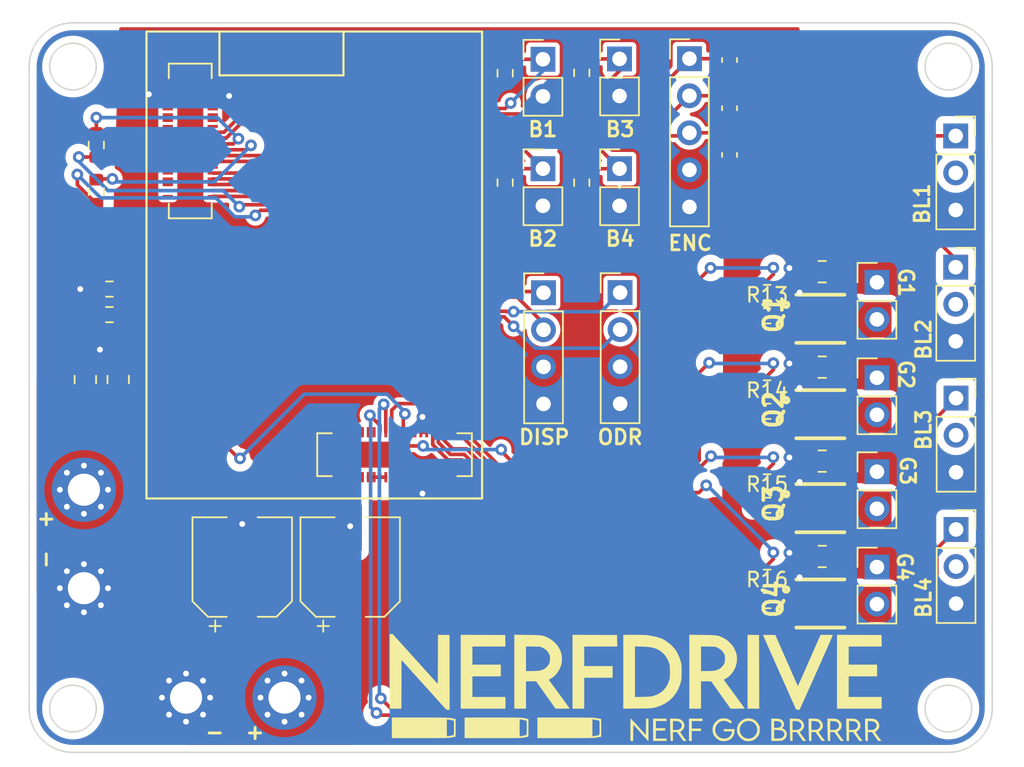
<source format=kicad_pcb>
(kicad_pcb (version 20211014) (generator pcbnew)
  (layers (0 "F.Cu" signal) (31 "B.Cu" signal) (34 "B.Paste" user) (35 "F.Paste" user) (36 "B.SilkS" user "B.Silkscreen") (37 "F.SilkS" user "F.Silkscreen") (38 "B.Mask" user) (39 "F.Mask" user) (44 "Edge.Cuts" user))
  (net 0 "")
  (net 1 "GND")
  (net 6 "Net-(J7-Pad2)")
  (net 7 "Net-(J8-Pad2)")
  (net 8 "Net-(J9-Pad2)")
  (net 9 "Net-(J10-Pad2)")
  (net 10 "Net-(Q1-Pad4)")
  (net 11 "Net-(Q2-Pad4)")
  (net 12 "Net-(Q3-Pad4)")
  (net 13 "Net-(Q4-Pad4)")
  (net 22 "+3.3V")
  (net 23 "/PULSE")
  (net 30 "/DIR")
  (net 32 "/BTN")
  (net 34 "VCC")
  (net 39 "/RX")
  (net 41 "/TX")
  (net 42 "/SDA")
  (net 43 "/SCL")
  (net 44 "/Button1")
  (net 45 "/Button2")
  (net 47 "/Button3")
  (net 49 "/Button4")
  (net 54 "/Gate1")
  (net 55 "/Gate2")
  (net 56 "/Gate3")
  (net 57 "/Gate4")
  (net 58 "/BLDC 1")
  (net 59 "/BLDC 2")
  (net 60 "/BLDC 3")
  (net 61 "/BLDC 4")
  (net 62 "/Battery_V")
  (net 63 "+5V")
  (net 64 "Net-(R11-Pad2)")
  (net 65 "Net-(R12-Pad2)")
  (footprint ".pretty:nerfdrive" (layer "F.Cu") (at 212.3 105.4)
    (fp_text reference "G***" hide)
    (fp_text value "LOGO" hide)
  )
  (footprint "Resistor_SMD:R_0603_1608Metric" (layer "F.Cu") (at 175.6 71.575 90)
    (fp_text reference "R12" hide)
    (fp_text value "100")
  )
  (footprint "Connector_PinHeader_2.54mm:PinHeader_1x02_P2.54mm_Vertical" (layer "F.Cu") (at 211.46 70)
    (fp_text reference "J19" hide)
    (fp_text value "Conn_01x02")
  )
  (footprint "Capacitor_SMD:C_0805_2012Metric" (layer "F.Cu") (at 225.35 96.575 180)
    (fp_text reference "C8" hide)
    (fp_text value "10uF")
  )
  (footprint "Capacitor_SMD:C_0805_2012Metric" (layer "F.Cu") (at 225.35 77.06 180)
    (fp_text reference "C5" hide)
    (fp_text value "10uF")
  )
  (footprint "MUB:MUB_v1" (layer "F.Cu") (at 179.04 60.6 -90)
    (fp_text reference "U1" hide)
    (fp_text value "MUBv1")
  )
  (footprint "Resistor_SMD:R_0603_1608Metric" (layer "F.Cu") (at 221.575 85.025 180)
    (fp_text reference "R2" hide)
    (fp_text value "100")
  )
  (footprint "MountingHole:MountingHole_2.2mm_M2_Pad_Via" (layer "F.Cu") (at 174.75 98.75)
    (fp_text reference "J6" hide)
    (fp_text value "Conn_01x01")
  )
  (footprint "Connector_PinHeader_2.54mm:PinHeader_1x02_P2.54mm_Vertical" (layer "F.Cu") (at 229.1 97.3)
    (fp_text reference "J10" hide)
    (fp_text value "Conn_01x02")
  )
  (footprint "Capacitor_SMD:C_0603_1608Metric" (layer "F.Cu") (at 219 65.855 90)
    (fp_text reference "C10" hide)
    (fp_text value "0.1uF")
  )
  (footprint "SamacSys_Parts:POWERDI-3333-8" (layer "F.Cu") (at 225.225 80.285 -90)
    (fp_text reference "Q1")
    (fp_text value "DMG7430LFG-7" hide)
  )
  (footprint "Resistor_SMD:R_0603_1608Metric" (layer "F.Cu") (at 203.62 63.455 90)
    (fp_text reference "R7" hide)
    (fp_text value "10k")
  )
  (footprint "Resistor_SMD:R_0603_1608Metric" (layer "F.Cu") (at 221.575 98 180)
    (fp_text reference "R4" hide)
    (fp_text value "100")
  )
  (footprint "Resistor_SMD:R_0603_1608Metric" (layer "F.Cu") (at 221.575 91.465 180)
    (fp_text reference "R3" hide)
    (fp_text value "100")
  )
  (footprint "Capacitor_SMD:C_0805_2012Metric" (layer "F.Cu") (at 174.85 84.45 90)
    (fp_text reference "C4" hide)
    (fp_text value "10uF")
  )
  (footprint "Connector_PinHeader_2.54mm:PinHeader_1x02_P2.54mm_Vertical" (layer "F.Cu") (at 229.1 90.765)
    (fp_text reference "J9" hide)
    (fp_text value "Conn_01x02")
  )
  (footprint "Connector_PinHeader_2.54mm:PinHeader_1x02_P2.54mm_Vertical" (layer "F.Cu") (at 206.21 62.5)
    (fp_text reference "J16" hide)
    (fp_text value "Conn_01x02")
  )
  (footprint "MountingHole:MountingHole_2.2mm_M2_Pad_Via" (layer "F.Cu") (at 181.75 106.25)
    (fp_text reference "J12" hide)
    (fp_text value "Conn_01x01")
  )
  (footprint "Resistor_SMD:R_0603_1608Metric" (layer "F.Cu") (at 203.62 70.955 90)
    (fp_text reference "R8" hide)
    (fp_text value "10k")
  )
  (footprint "Connector_PinHeader_2.54mm:PinHeader_1x04_P2.54mm_Vertical" (layer "F.Cu") (at 211.5 78.49)
    (fp_text reference "J13" hide)
    (fp_text value "Conn_01x04")
  )
  (footprint "SamacSys_Parts:POWERDI-3333-8" (layer "F.Cu") (at 225.225 93.265 -90)
    (fp_text reference "Q3")
    (fp_text value "DMG7430LFG-7" hide)
  )
  (footprint "Resistor_SMD:R_0603_1608Metric" (layer "F.Cu") (at 208.87 63.43 90)
    (fp_text reference "R9" hide)
    (fp_text value "10k")
  )
  (footprint "Resistor_SMD:R_0603_1608Metric" (layer "F.Cu") (at 176.5 78.25 180)
    (fp_text reference "R6" hide)
    (fp_text value "10k")
  )
  (footprint "Resistor_SMD:R_0603_1608Metric" (layer "F.Cu") (at 221.575 80.085)
    (fp_text reference "R13")
    (fp_text value "2.2k")
  )
  (footprint "Resistor_SMD:R_0603_1608Metric" (layer "F.Cu") (at 221.575 93.065)
    (fp_text reference "R15")
    (fp_text value "2.2k")
  )
  (footprint "Connector_PinHeader_2.54mm:PinHeader_1x02_P2.54mm_Vertical" (layer "F.Cu") (at 229.1 77.785)
    (fp_text reference "J7" hide)
    (fp_text value "Conn_01x02")
  )
  (footprint "Connector_PinHeader_2.54mm:PinHeader_1x02_P2.54mm_Vertical" (layer "F.Cu") (at 211.46 62.475)
    (fp_text reference "J18" hide)
    (fp_text value "Conn_01x02")
  )
  (footprint "Resistor_SMD:R_0603_1608Metric" (layer "F.Cu") (at 221.575 86.625)
    (fp_text reference "R14")
    (fp_text value "2.2k")
  )
  (footprint "Capacitor_SMD:C_0603_1608Metric" (layer "F.Cu") (at 219 69.055 90)
    (fp_text reference "C11" hide)
    (fp_text value "0.1uF")
  )
  (footprint "Capacitor_SMD:C_0805_2012Metric" (layer "F.Cu") (at 225.35 83.6 180)
    (fp_text reference "C6" hide)
    (fp_text value "10uF")
  )
  (footprint "SamacSys_Parts:POWERDI-3333-8" (layer "F.Cu") (at 225.225 99.8 -90)
    (fp_text reference "Q4")
    (fp_text value "DMG7430LFG-7" hide)
  )
  (footprint "Resistor_SMD:R_0603_1608Metric" (layer "F.Cu") (at 221.575 78.485 180)
    (fp_text reference "R1" hide)
    (fp_text value "100")
  )
  (footprint "Connector_PinHeader_2.54mm:PinHeader_1x02_P2.54mm_Vertical" (layer "F.Cu") (at 229.1 84.325)
    (fp_text reference "J8" hide)
    (fp_text value "Conn_01x02")
  )
  (footprint "Connector_PinSocket_2.54mm:PinSocket_1x03_P2.54mm_Vertical" (layer "F.Cu") (at 234.525 85.725)
    (fp_text reference "J3" hide)
    (fp_text value "Conn_01x03")
  )
  (footprint "Resistor_SMD:R_0603_1608Metric" (layer "F.Cu") (at 176.5 80)
    (fp_text reference "R5" hide)
    (fp_text value "90k")
  )
  (footprint "MountingHole:MountingHole_2.2mm_M2_Pad_Via" (layer "F.Cu") (at 188.5 106.25)
    (fp_text reference "J11" hide)
    (fp_text value "Conn_01x01")
  )
  (footprint "Capacitor_SMD:C_0603_1608Metric" (layer "F.Cu") (at 219 62.555 -90)
    (fp_text reference "C9" hide)
    (fp_text value "0.1uF")
  )
  (footprint "Capacitor_SMD:CP_Elec_6.3x5.8" (layer "F.Cu") (at 185.6 97.3 90)
    (fp_text reference "C1" hide)
    (fp_text value "47uF")
  )
  (footprint "Resistor_SMD:R_0603_1608Metric" (layer "F.Cu") (at 175.6 68.375 90)
    (fp_text reference "R11" hide)
    (fp_text value "100")
  )
  (footprint "MountingHole:MountingHole_2.2mm_M2_Pad_Via" (layer "F.Cu") (at 174.75 92)
    (fp_text reference "J5" hide)
    (fp_text value "Conn_01x01")
  )
  (footprint "SamacSys_Parts:POWERDI-3333-8" (layer "F.Cu") (at 225.225 86.825 -90)
    (fp_text reference "Q2")
    (fp_text value "DMG7430LFG-7" hide)
  )
  (footprint "Capacitor_SMD:C_0805_2012Metric" (layer "F.Cu") (at 177.1 84.45 90)
    (fp_text reference "C3" hide)
    (fp_text value "10uF")
  )
  (footprint "Capacitor_SMD:C_0805_2012Metric" (layer "F.Cu") (at 225.35 90.04 180)
    (fp_text reference "C7" hide)
    (fp_text value "10uF")
  )
  (footprint "Connector_PinHeader_2.54mm:PinHeader_1x04_P2.54mm_Vertical" (layer "F.Cu") (at 206.25 78.5)
    (fp_text reference "J14" hide)
    (fp_text value "Conn_01x04")
  )
  (footprint "Connector_PinHeader_2.54mm:PinHeader_1x05_P2.54mm_Vertical" (layer "F.Cu") (at 216.25 62.46)
    (fp_text reference "J15" hide)
    (fp_text value "Conn_01x05")
  )
  (footprint "Capacitor_SMD:CP_Elec_6.3x5.8" (layer "F.Cu") (at 193 97.3 90)
    (fp_text reference "C2" hide)
    (fp_text value "47uF")
  )
  (footprint "Connector_PinHeader_2.54mm:PinHeader_1x02_P2.54mm_Vertical" (layer "F.Cu") (at 206.21 70)
    (fp_text reference "J17" hide)
    (fp_text value "Conn_01x02")
  )
  (footprint "Resistor_SMD:R_0603_1608Metric" (layer "F.Cu") (at 221.575 99.6)
    (fp_text reference "R16")
    (fp_text value "2.2k")
  )
  (footprint "Connector_PinSocket_2.54mm:PinSocket_1x03_P2.54mm_Vertical" (layer "F.Cu") (at 234.5 67.75)
    (fp_text reference "J1" hide)
    (fp_text value "Conn_01x03")
  )
  (footprint "Connector_PinSocket_2.54mm:PinSocket_1x03_P2.54mm_Vertical" (layer "F.Cu") (at 234.525 94.725)
    (fp_text reference "J4" hide)
    (fp_text value "Conn_01x03")
  )
  (footprint "Connector_PinSocket_2.54mm:PinSocket_1x03_P2.54mm_Vertical" (layer "F.Cu") (at 234.5 76.75)
    (fp_text reference "J2" hide)
    (fp_text value "Conn_01x03")
  )
  (footprint "Resistor_SMD:R_0603_1608Metric" (layer "F.Cu") (at 208.87 70.955 90)
    (fp_text reference "R10" hide)
    (fp_text value "10k")
  )
  (gr_arc (start 234 60) (mid 236.12132 60.87868) (end 237 63) (layer "Edge.Cuts") (width 0.1))
  (gr_line (start 234 110) (end 174 110) (layer "Edge.Cuts") (width 0.1))
  (gr_line (start 171 107) (end 171 63) (layer "Edge.Cuts") (width 0.1))
  (gr_arc (start 237 107) (mid 236.12132 109.12132) (end 234 110) (layer "Edge.Cuts") (width 0.1))
  (gr_line (start 237 63) (end 237 107) (layer "Edge.Cuts") (width 0.1))
  (gr_arc (start 174 110) (mid 171.87868 109.12132) (end 171 107) (layer "Edge.Cuts") (width 0.1))
  (gr_arc (start 171 63) (mid 171.87868 60.87868) (end 174 60) (layer "Edge.Cuts") (width 0.1))
  (gr_line (start 174 60) (end 234 60) (layer "Edge.Cuts") (width 0.1))
  (gr_circle (center 234 63) (end 235.6 63) (layer "Edge.Cuts") (width 0.1) (fill none))
  (gr_circle (center 174 63) (end 175.6 63) (layer "Edge.Cuts") (width 0.1) (fill none))
  (gr_circle (center 234 107) (end 235.6 107) (layer "Edge.Cuts") (width 0.1) (fill none))
  (gr_circle (center 174 107) (end 175.6 107) (layer "Edge.Cuts") (width 0.1) (fill none))
  (gr_text "B1" (at 206.2 67.3) (layer "F.SilkS") (effects (font (size 1 1) (thickness 0.2))))
  (gr_text "B3" (at 211.5 67.3) (layer "F.SilkS") (effects (font (size 1 1) (thickness 0.2))))
  (gr_text "ODR" (at 211.5 88.4) (layer "F.SilkS") (effects (font (size 1 1) (thickness 0.2))))
  (gr_text "-  +" (at 185.1 108.6) (layer "F.SilkS") (effects (font (size 1 1) (thickness 0.2))))
  (gr_text "BL2" (at 232.3 81.7 90) (layer "F.SilkS") (effects (font (size 1 1) (thickness 0.2))))
  (gr_text "-  +" (at 172.1 95.4 90) (layer "F.SilkS") (effects (font (size 1 1) (thickness 0.2))))
  (gr_text "BL3" (at 232.3 87.9 90) (layer "F.SilkS") (effects (font (size 1 1) (thickness 0.2))))
  (gr_text "BL1" (at 232.2 72.4 90) (layer "F.SilkS") (effects (font (size 1 1) (thickness 0.2))))
  (gr_text "BL4" (at 232.3 99.4 90) (layer "F.SilkS") (effects (font (size 1 1) (thickness 0.2))))
  (gr_text "G1" (at 231.1 77.8 270) (layer "F.SilkS") (effects (font (size 1 1) (thickness 0.2))))
  (gr_text "B4" (at 211.5 74.8) (layer "F.SilkS") (effects (font (size 1 1) (thickness 0.2))))
  (gr_text "DISP" (at 206.3 88.4) (layer "F.SilkS") (effects (font (size 1 1) (thickness 0.2))))
  (gr_text "G3\n" (at 231.2 90.7 270) (layer "F.SilkS") (effects (font (size 1 1) (thickness 0.2))))
  (gr_text "G4" (at 231 97.3 270) (layer "F.SilkS") (effects (font (size 1 1) (thickness 0.2))))
  (gr_text "B2" (at 206.2 74.8) (layer "F.SilkS") (effects (font (size 1 1) (thickness 0.2))))
  (gr_text "G2" (at 231.1 84.1 270) (layer "F.SilkS") (effects (font (size 1 1) (thickness 0.2))))
  (gr_text "ENC" (at 216.3 75.1) (layer "F.SilkS") (effects (font (size 1 1) (thickness 0.2))))
  (segment (start 223.35 83.6) (end 223.1 83.35) (width 0.25) (layer "F.Cu") (net 1))
  (segment (start 223.35 90.04) (end 223.1 89.79) (width 0.25) (layer "F.Cu") (net 1))
  (segment (start 223.35 77.06) (end 223.1 76.81) (width 0.25) (layer "F.Cu") (net 1))
  (segment (start 223.35 96.575) (end 223.1 96.325) (width 0.25) (layer "F.Cu") (net 1))
  (segment (start 183.58 65.1) (end 184.615 65.1) (width 0.25) (layer "F.Cu") (net 1))
  (segment (start 177.1 83.5) (end 176 83.5) (width 0.25) (layer "F.Cu") (net 1))
  (segment (start 198 88.06) (end 198.24 88.06) (width 0.25) (layer "F.Cu") (net 1))
  (segment (start 176 83.5) (end 175.85 83.35) (width 0.25) (layer "F.Cu") (net 1))
  (segment (start 180.5 65.31) (end 180.5 65.5) (width 0.25) (layer "F.Cu") (net 1))
  (segment (start 224.4 77.06) (end 223.35 77.06) (width 0.25) (layer "F.Cu") (net 1))
  (segment (start 224.4 83.6) (end 223.35 83.6) (width 0.25) (layer "F.Cu") (net 1))
  (segment (start 224.4 90.04) (end 223.35 90.04) (width 0.25) (layer "F.Cu") (net 1))
  (segment (start 224.4 96.575) (end 223.35 96.575) (width 0.25) (layer "F.Cu") (net 1))
  (segment (start 179.2 64.9) (end 179.61 65.31) (width 0.25) (layer "F.Cu") (net 1))
  (segment (start 179.61 65.31) (end 180.5 65.31) (width 0.25) (layer "F.Cu") (net 1))
  (segment (start 223.725 98.825) (end 223.725 100.125) (width 0.25) (layer "F.Cu") (net 1))
  (segment (start 223.725 92.29) (end 223.725 93.59) (width 0.25) (layer "F.Cu") (net 1))
  (segment (start 223.725 79.31) (end 223.725 80.61) (width 0.25) (layer "F.Cu") (net 1))
  (segment (start 223.725 85.85) (end 223.725 87.15) (width 0.25) (layer "F.Cu") (net 1))
  (segment (start 198.075 91.14) (end 197.9525 91.2625) (width 0.25) (layer "F.Cu") (net 1))
  (segment (start 197.9525 91.2625) (end 197.9525 92.2625) (width 0.25) (layer "F.Cu") (net 1))
  (segment (start 184.615 65.1) (end 184.7025 65.0125) (width 0.25) (layer "F.Cu") (net 1))
  (segment (start 223.725 98.825) (end 223.725 98.075) (width 0.25) (layer "F.Cu") (net 1))
  (segment (start 223.725 85.85) (end 223.725 85.1) (width 0.25) (layer "F.Cu") (net 1))
  (segment (start 223.725 92.29) (end 223.725 91.54) (width 0.25) (layer "F.Cu") (net 1))
  (segment (start 223.725 79.31) (end 223.725 78.56) (width 0.25) (layer "F.Cu") (net 1))
  (segment (start 180.5 65.1) (end 180.5 65.31) (width 0.25) (layer "F.Cu") (net 1))
  (segment (start 197.84 88.06) (end 198 88.06) (width 0.25) (layer "F.Cu") (net 1))
  (segment (start 223.725 98.075) (end 223.8 98) (width 0.25) (layer "F.Cu") (net 1))
  (segment (start 223.725 91.54) (end 223.8 91.465) (width 0.25) (layer "F.Cu") (net 1))
  (segment (start 223.725 78.56) (end 223.8 78.485) (width 0.25) (layer "F.Cu") (net 1))
  (segment (start 223.725 85.1) (end 223.8 85.025) (width 0.25) (layer "F.Cu") (net 1))
  (segment (start 223.6 93.065) (end 223.725 92.94) (width 0.25) (layer "F.Cu") (net 1))
  (segment (start 223.6 86.625) (end 223.725 86.5) (width 0.25) (layer "F.Cu") (net 1))
  (segment (start 223.6 80.085) (end 223.725 79.96) (width 0.25) (layer "F.Cu") (net 1))
  (segment (start 223.6 99.6) (end 223.725 99.475) (width 0.25) (layer "F.Cu") (net 1))
  (segment (start 175.85 83.35) (end 175.85 82.4) (width 0.25) (layer "F.Cu") (net 1))
  (segment (start 222.4 93.065) (end 223.6 93.065) (width 0.25) (layer "F.Cu") (net 1))
  (segment (start 222.4 86.625) (end 223.6 86.625) (width 0.25) (layer "F.Cu") (net 1))
  (segment (start 222.4 80.085) (end 223.6 80.085) (width 0.25) (layer "F.Cu") (net 1))
  (segment (start 222.4 99.6) (end 223.6 99.6) (width 0.25) (layer "F.Cu") (net 1))
  (segment (start 175.675 78.25) (end 174.5 78.25) (width 0.25) (layer "F.Cu") (net 1))
  (segment (start 198 88.06) (end 197.9525 88.0125) (width 0.25) (layer "F.Cu") (net 1))
  (segment (start 197.84 91.14) (end 198.075 91.14) (width 0.25) (layer "F.Cu") (net 1))
  (segment (start 176 83.5) (end 174.85 83.5) (width 0.25) (layer "F.Cu") (net 1))
  (segment (start 197.9525 88.0125) (end 197.9525 87.0125) (width 0.25) (layer "F.Cu") (net 1))
  (segment (start 198.075 91.14) (end 198.24 91.14) (width 0.25) (layer "F.Cu") (net 1))
  (via (at 193 94.5) (size 0.8) (drill 0.4) (layers "F.Cu" "B.Cu") (net 1))
  (via (at 179.2 64.9) (size 0.8) (drill 0.4) (layers "F.Cu" "B.Cu") (net 1))
  (via (at 184.7025 65.0125) (size 0.8) (drill 0.4) (layers "F.Cu" "B.Cu") (net 1))
  (via (at 223.8 85.025) (size 0.8) (drill 0.4) (layers "F.Cu" "B.Cu") (net 1))
  (via (at 223.8 91.465) (size 0.8) (drill 0.4) (layers "F.Cu" "B.Cu") (net 1))
  (via (at 223.8 78.485) (size 0.8) (drill 0.4) (layers "F.Cu" "B.Cu") (net 1))
  (via (at 223.8 98) (size 0.8) (drill 0.4) (layers "F.Cu" "B.Cu") (net 1))
  (via (at 175.85 82.4) (size 0.8) (drill 0.4) (layers "F.Cu" "B.Cu") (net 1))
  (via (at 223.1 76.81) (size 0.8) (drill 0.4) (layers "F.Cu" "B.Cu") (net 1))
  (via (at 223.1 83.35) (size 0.8) (drill 0.4) (layers "F.Cu" "B.Cu") (net 1))
  (via (at 223.1 89.79) (size 0.8) (drill 0.4) (layers "F.Cu" "B.Cu") (net 1))
  (via (at 223.1 96.325) (size 0.8) (drill 0.4) (layers "F.Cu" "B.Cu") (net 1))
  (via (at 197.9525 87.0125) (size 0.8) (drill 0.4) (layers "F.Cu" "B.Cu") (net 1))
  (via (at 197.9525 92.2625) (size 0.8) (drill 0.4) (layers "F.Cu" "B.Cu") (net 1))
  (via (at 174.5 78.25) (size 0.8) (drill 0.4) (layers "F.Cu" "B.Cu") (net 1))
  (via (at 185.6 94.35) (size 0.8) (drill 0.4) (layers "F.Cu" "B.Cu") (net 1))
  (segment (start 228.525 80.635) (end 226.725 80.635) (width 0.25) (layer "F.Cu") (net 6))
  (segment (start 226.725 79.31) (end 226.725 80.635) (width 0.5) (layer "F.Cu") (net 6))
  (segment (start 229.1 80.325) (end 228.835 80.325) (width 0.25) (layer "F.Cu") (net 6))
  (segment (start 228.835 80.325) (end 228.525 80.635) (width 0.25) (layer "F.Cu") (net 6))
  (segment (start 226.725 81.285) (end 226.725 80.635) (width 0.5) (layer "F.Cu") (net 6))
  (segment (start 228.525 87.175) (end 226.725 87.175) (width 0.25) (layer "F.Cu") (net 7))
  (segment (start 226.725 85.85) (end 226.725 87.175) (width 0.5) (layer "F.Cu") (net 7))
  (segment (start 229.1 86.865) (end 228.835 86.865) (width 0.25) (layer "F.Cu") (net 7))
  (segment (start 228.835 86.865) (end 228.525 87.175) (width 0.25) (layer "F.Cu") (net 7))
  (segment (start 226.725 87.825) (end 226.725 87.175) (width 0.5) (layer "F.Cu") (net 7))
  (segment (start 228.525 93.615) (end 226.725 93.615) (width 0.25) (layer "F.Cu") (net 8))
  (segment (start 226.725 92.29) (end 226.725 93.615) (width 0.5) (layer "F.Cu") (net 8))
  (segment (start 229.1 93.305) (end 228.835 93.305) (width 0.25) (layer "F.Cu") (net 8))
  (segment (start 228.835 93.305) (end 228.525 93.615) (width 0.25) (layer "F.Cu") (net 8))
  (segment (start 226.725 94.265) (end 226.725 93.615) (width 0.5) (layer "F.Cu") (net 8))
  (segment (start 228.525 100.15) (end 226.725 100.15) (width 0.25) (layer "F.Cu") (net 9))
  (segment (start 226.725 98.825) (end 226.725 100.15) (width 0.5) (layer "F.Cu") (net 9))
  (segment (start 229.1 99.84) (end 228.835 99.84) (width 0.25) (layer "F.Cu") (net 9))
  (segment (start 228.835 99.84) (end 228.525 100.15) (width 0.25) (layer "F.Cu") (net 9))
  (segment (start 226.725 100.8) (end 226.725 100.15) (width 0.5) (layer "F.Cu") (net 9))
  (segment (start 222.4 78.485) (end 222.35 78.485) (width 0.25) (layer "F.Cu") (net 10))
  (segment (start 220.75 80.085) (end 221.925 81.26) (width 0.25) (layer "F.Cu") (net 10))
  (segment (start 221.925 81.26) (end 223.725 81.26) (width 0.25) (layer "F.Cu") (net 10))
  (segment (start 222.35 78.485) (end 220.75 80.085) (width 0.25) (layer "F.Cu") (net 10))
  (segment (start 222.4 85.025) (end 222.35 85.025) (width 0.25) (layer "F.Cu") (net 11))
  (segment (start 220.75 86.625) (end 221.925 87.8) (width 0.25) (layer "F.Cu") (net 11))
  (segment (start 221.925 87.8) (end 223.725 87.8) (width 0.25) (layer "F.Cu") (net 11))
  (segment (start 222.35 85.025) (end 220.75 86.625) (width 0.25) (layer "F.Cu") (net 11))
  (segment (start 222.4 91.465) (end 222.35 91.465) (width 0.25) (layer "F.Cu") (net 12))
  (segment (start 220.75 93.065) (end 221.925 94.24) (width 0.25) (layer "F.Cu") (net 12))
  (segment (start 221.925 94.24) (end 223.725 94.24) (width 0.25) (layer "F.Cu") (net 12))
  (segment (start 222.35 91.465) (end 220.75 93.065) (width 0.25) (layer "F.Cu") (net 12))
  (segment (start 222.4 98) (end 222.35 98) (width 0.25) (layer "F.Cu") (net 13))
  (segment (start 220.75 99.6) (end 221.925 100.775) (width 0.25) (layer "F.Cu") (net 13))
  (segment (start 221.925 100.775) (end 223.725 100.775) (width 0.25) (layer "F.Cu") (net 13))
  (segment (start 222.35 98) (end 220.75 99.6) (width 0.25) (layer "F.Cu") (net 13))
  (segment (start 208.87 71.78) (end 208.34 71.25) (width 0.25) (layer "F.Cu") (net 22))
  (segment (start 205 63.75) (end 207.75 63.75) (width 0.25) (layer "F.Cu") (net 22))
  (segment (start 219.95 66.63) (end 220 66.58) (width 0.25) (layer "F.Cu") (net 22))
  (segment (start 204.47 64.28) (end 205 63.75) (width 0.25) (layer "F.Cu") (net 22))
  (segment (start 220 66.58) (end 220 68.83) (width 0.25) (layer "F.Cu") (net 22))
  (segment (start 207.75 63.75) (end 208.365 63.75) (width 0.25) (layer "F.Cu") (net 22))
  (segment (start 218.75 70.08) (end 219 69.83) (width 0.25) (layer "F.Cu") (net 22))
  (segment (start 207.75 63.75) (end 207.75 61.75) (width 0.25) (layer "F.Cu") (net 22))
  (segment (start 220 62.78) (end 220 66.58) (width 0.25) (layer "F.Cu") (net 22))
  (segment (start 216.25 70.08) (end 218.75 70.08) (width 0.25) (layer "F.Cu") (net 22))
  (segment (start 207.75 61.75) (end 208.75 60.75) (width 0.25) (layer "F.Cu") (net 22))
  (segment (start 208.75 60.75) (end 217.97 60.75) (width 0.25) (layer "F.Cu") (net 22))
  (segment (start 208.34 71.25) (end 204.15 71.25) (width 0.25) (layer "F.Cu") (net 22))
  (segment (start 208.365 63.75) (end 208.87 64.255) (width 0.25) (layer "F.Cu") (net 22))
  (segment (start 197.44 91.14) (end 196.24 91.14) (width 0.25) (layer "F.Cu") (net 22))
  (segment (start 204.15 71.25) (end 203.62 71.78) (width 0.25) (layer "F.Cu") (net 22))
  (segment (start 219 61.78) (end 220 62.78) (width 0.25) (layer "F.Cu") (net 22))
  (segment (start 220 68.83) (end 219 69.83) (width 0.25) (layer "F.Cu") (net 22))
  (segment (start 203.62 64.28) (end 204.47 64.28) (width 0.25) (layer "F.Cu") (net 22))
  (segment (start 219 66.63) (end 219.95 66.63) (width 0.25) (layer "F.Cu") (net 22))
  (segment (start 217.97 60.75) (end 219 61.78) (width 0.25) (layer "F.Cu") (net 22))
  (segment (start 193.112598 66.75) (end 211.96 66.75) (width 0.25) (layer "F.Cu") (net 23))
  (segment (start 190.762598 69.1) (end 193.112598 66.75) (width 0.25) (layer "F.Cu") (net 23))
  (segment (start 216.25 62.46) (end 218.13 62.46) (width 0.25) (layer "F.Cu") (net 23))
  (segment (start 218.13 62.46) (end 219 63.33) (width 0.25) (layer "F.Cu") (net 23))
  (segment (start 211.96 66.75) (end 216.25 62.46) (width 0.25) (layer "F.Cu") (net 23))
  (segment (start 183.58 69.1) (end 190.762598 69.1) (width 0.25) (layer "F.Cu") (net 23))
  (segment (start 193.15 67.25) (end 214 67.25) (width 0.25) (layer "F.Cu") (net 30))
  (segment (start 218.92 65) (end 216.25 65) (width 0.25) (layer "F.Cu") (net 30))
  (segment (start 214 67.25) (end 216.25 65) (width 0.25) (layer "F.Cu") (net 30))
  (segment (start 183.58 69.5) (end 190.9 69.5) (width 0.25) (layer "F.Cu") (net 30))
  (segment (start 219 65.08) (end 218.92 65) (width 0.25) (layer "F.Cu") (net 30))
  (segment (start 190.9 69.5) (end 193.15 67.25) (width 0.25) (layer "F.Cu") (net 30))
  (segment (start 193.187402 67.75) (end 216.04 67.75) (width 0.25) (layer "F.Cu") (net 32))
  (segment (start 216.04 67.75) (end 216.25 67.54) (width 0.25) (layer "F.Cu") (net 32))
  (segment (start 190.637402 70.3) (end 193.187402 67.75) (width 0.25) (layer "F.Cu") (net 32))
  (segment (start 218.26 67.54) (end 219 68.28) (width 0.25) (layer "F.Cu") (net 32))
  (segment (start 216.25 67.54) (end 218.26 67.54) (width 0.25) (layer "F.Cu") (net 32))
  (segment (start 183.58 70.3) (end 190.637402 70.3) (width 0.25) (layer "F.Cu") (net 32))
  (segment (start 173.5 82.175) (end 173.5 84.25) (width 0.25) (layer "F.Cu") (net 34))
  (segment (start 189.25 92.5) (end 189.25 96.25) (width 0.5) (layer "F.Cu") (net 34))
  (segment (start 193.44 91.14) (end 192.24 91.14) (width 0.25) (layer "F.Cu") (net 34))
  (segment (start 190.61 91.14) (end 189.25 92.5) (width 0.5) (layer "F.Cu") (net 34))
  (segment (start 227.025 84.325) (end 229.1 84.325) (width 1) (layer "F.Cu") (net 34))
  (segment (start 227.025 77.785) (end 229.1 77.785) (width 1) (layer "F.Cu") (net 34))
  (segment (start 227.025 90.765) (end 229.1 90.765) (width 1) (layer "F.Cu") (net 34))
  (segment (start 227.025 97.3) (end 229.1 97.3) (width 1) (layer "F.Cu") (net 34))
  (segment (start 192.24 91.14) (end 190.61 91.14) (width 0.5) (layer "F.Cu") (net 34))
  (segment (start 173.5 84.25) (end 174.65 85.4) (width 0.25) (layer "F.Cu") (net 34))
  (segment (start 189.25 96.25) (end 193 100) (width 0.5) (layer "F.Cu") (net 34))
  (segment (start 175.675 80) (end 173.5 82.175) (width 0.25) (layer "F.Cu") (net 34))
  (segment (start 174.75 85.5) (end 174.75 90.25) (width 0.25) (layer "F.Cu") (net 34))
  (segment (start 226.3 83.6) (end 227.025 84.325) (width 1) (layer "F.Cu") (net 34))
  (segment (start 226.3 77.06) (end 227.025 77.785) (width 1) (layer "F.Cu") (net 34))
  (segment (start 226.3 90.04) (end 227.025 90.765) (width 1) (layer "F.Cu") (net 34))
  (segment (start 226.3 96.575) (end 227.025 97.3) (width 1) (layer "F.Cu") (net 34))
  (segment (start 174.85 85.4) (end 174.75 85.5) (width 0.25) (layer "F.Cu") (net 34))
  (segment (start 174.65 85.4) (end 174.85 85.4) (width 0.25) (layer "F.Cu") (net 34))
  (segment (start 189.407401 72.47) (end 196.707401 79.77) (width 0.25) (layer "F.Cu") (net 39))
  (segment (start 175.6 69.2) (end 174.4 69.2) (width 0.25) (layer "F.Cu") (net 39))
  (segment (start 203.737401 79.8) (end 204.2 79.8) (width 0.25) (layer "F.Cu") (net 39))
  (segment (start 185.4 72.6) (end 185.53 72.47) (width 0.25) (layer "F.Cu") (net 39))
  (segment (start 196.707401 79.77) (end 203.707401 79.77) (width 0.25) (layer "F.Cu") (net 39))
  (segment (start 185.53 72.47) (end 189.407401 72.47) (width 0.25) (layer "F.Cu") (net 39))
  (segment (start 203.707401 79.77) (end 203.737401 79.8) (width 0.25) (layer "F.Cu") (net 39))
  (via (at 204.2 79.8) (size 0.8) (drill 0.4) (layers "F.Cu" "B.Cu") (net 39))
  (via (at 185.4 72.6) (size 0.8) (drill 0.4) (layers "F.Cu" "B.Cu") (net 39))
  (via (at 174.4 69.2) (size 0.8) (drill 0.4) (layers "F.Cu" "B.Cu") (net 39))
  (segment (start 185.4 72.6) (end 184.3 71.5) (width 0.25) (layer "B.Cu") (net 39))
  (segment (start 210.19 79.8) (end 204.2 79.8) (width 0.25) (layer "B.Cu") (net 39))
  (segment (start 174.4 69.5) (end 174.4 69.2) (width 0.25) (layer "B.Cu") (net 39))
  (segment (start 184.3 71.5) (end 176.4 71.5) (width 0.25) (layer "B.Cu") (net 39))
  (segment (start 176.4 71.5) (end 174.4 69.5) (width 0.25) (layer "B.Cu") (net 39))
  (segment (start 211.5 78.49) (end 210.19 79.8) (width 0.25) (layer "B.Cu") (net 39))
  (segment (start 175.6 72.4) (end 174.3 71.1) (width 0.25) (layer "F.Cu") (net 41))
  (segment (start 203.55 80.15) (end 204.2 80.8) (width 0.25) (layer "F.Cu") (net 41))
  (segment (start 196.55 80.15) (end 203.55 80.15) (width 0.25) (layer "F.Cu") (net 41))
  (segment (start 189.25 72.85) (end 196.55 80.15) (width 0.25) (layer "F.Cu") (net 41))
  (segment (start 174.3 71.1) (end 174.3 70.4) (width 0.25) (layer "F.Cu") (net 41))
  (segment (start 186.5 73.2) (end 186.85 72.85) (width 0.25) (layer "F.Cu") (net 41))
  (segment (start 186.85 72.85) (end 189.25 72.85) (width 0.25) (layer "F.Cu") (net 41))
  (via (at 186.5 73.2) (size 0.8) (drill 0.4) (layers "F.Cu" "B.Cu") (net 41))
  (via (at 204.2 80.8) (size 0.8) (drill 0.4) (layers "F.Cu" "B.Cu") (net 41))
  (via (at 174.3 70.4) (size 0.8) (drill 0.4) (layers "F.Cu" "B.Cu") (net 41))
  (segment (start 183.8 72) (end 185.1 73.3) (width 0.25) (layer "B.Cu") (net 41))
  (segment (start 185.1 73.3) (end 186.4 73.3) (width 0.25) (layer "B.Cu") (net 41))
  (segment (start 211.5 81.03) (end 210.23 82.3) (width 0.25) (layer "B.Cu") (net 41))
  (segment (start 186.4 73.3) (end 186.5 73.2) (width 0.25) (layer "B.Cu") (net 41))
  (segment (start 175.9 72) (end 183.8 72) (width 0.25) (layer "B.Cu") (net 41))
  (segment (start 205.8 82.3) (end 205.7 82.3) (width 0.25) (layer "B.Cu") (net 41))
  (segment (start 174.3 70.4) (end 175.9 72) (width 0.25) (layer "B.Cu") (net 41))
  (segment (start 210.23 82.3) (end 205.8 82.3) (width 0.25) (layer "B.Cu") (net 41))
  (segment (start 205.7 82.3) (end 204.2 80.8) (width 0.25) (layer "B.Cu") (net 41))
  (segment (start 196.912428 78.42) (end 189.992428 71.5) (width 0.25) (layer "F.Cu") (net 42))
  (segment (start 206.17 78.42) (end 196.912428 78.42) (width 0.25) (layer "F.Cu") (net 42))
  (segment (start 206.25 78.5) (end 206.17 78.42) (width 0.25) (layer "F.Cu") (net 42))
  (segment (start 189.992428 71.5) (end 183.58 71.5) (width 0.25) (layer "F.Cu") (net 42))
  (segment (start 206.25 81.04) (end 206.25 80.6) (width 0.25) (layer "F.Cu") (net 43))
  (segment (start 204.45 78.8) (end 196.755026 78.8) (width 0.25) (layer "F.Cu") (net 43))
  (segment (start 206.25 80.6) (end 204.45 78.8) (width 0.25) (layer "F.Cu") (net 43))
  (segment (start 196.755026 78.8) (end 189.855026 71.9) (width 0.25) (layer "F.Cu") (net 43))
  (segment (start 189.855026 71.9) (end 183.58 71.9) (width 0.25) (layer "F.Cu") (net 43))
  (segment (start 184.35 67.5) (end 185.98 65.87) (width 0.25) (layer "F.Cu") (net 44))
  (segment (start 203.75 62.5) (end 206.21 62.5) (width 0.25) (layer "F.Cu") (net 44))
  (segment (start 206.21 62.5) (end 206.21 63.04) (width 0.25) (layer "F.Cu") (net 44))
  (segment (start 203.63 65.87) (end 204 65.5) (width 0.25) (layer "F.Cu") (net 44))
  (segment (start 203.62 62.63) (end 203.75 62.5) (width 0.25) (layer "F.Cu") (net 44))
  (segment (start 185.98 65.87) (end 203.63 65.87) (width 0.25) (layer "F.Cu") (net 44))
  (segment (start 183.58 67.5) (end 184.35 67.5) (width 0.25) (layer "F.Cu") (net 44))
  (via (at 204 65.5) (size 0.8) (drill 0.4) (layers "F.Cu" "B.Cu") (net 44))
  (segment (start 206.21 63.29) (end 204 65.5) (width 0.25) (layer "B.Cu") (net 44))
  (segment (start 206.21 62.5) (end 206.21 63.29) (width 0.25) (layer "B.Cu") (net 44))
  (segment (start 203.62 70.13) (end 203.75 70) (width 0.25) (layer "F.Cu") (net 45))
  (segment (start 183.6 71.08) (end 190.932205 71.08) (width 0.25) (layer "F.Cu") (net 45))
  (segment (start 193.262206 68.75) (end 204.96 68.75) (width 0.25) (layer "F.Cu") (net 45))
  (segment (start 183.58 71.1) (end 183.6 71.08) (width 0.25) (layer "F.Cu") (net 45))
  (segment (start 203.75 70) (end 206.21 70) (width 0.25) (layer "F.Cu") (net 45))
  (segment (start 190.932205 71.08) (end 193.262206 68.75) (width 0.25) (layer "F.Cu") (net 45))
  (segment (start 204.96 68.75) (end 206.21 70) (width 0.25) (layer "F.Cu") (net 45))
  (segment (start 211.46 63.29) (end 208.5 66.25) (width 0.25) (layer "F.Cu") (net 47))
  (segment (start 186.15 66.25) (end 184.5 67.9) (width 0.25) (layer "F.Cu") (net 47))
  (segment (start 208.87 62.605) (end 209 62.475) (width 0.25) (layer "F.Cu") (net 47))
  (segment (start 209 62.475) (end 211.46 62.475) (width 0.25) (layer "F.Cu") (net 47))
  (segment (start 208.5 66.25) (end 186.15 66.25) (width 0.25) (layer "F.Cu") (net 47))
  (segment (start 184.5 67.9) (end 183.58 67.9) (width 0.25) (layer "F.Cu") (net 47))
  (segment (start 211.46 62.475) (end 211.46 63.29) (width 0.25) (layer "F.Cu") (net 47))
  (segment (start 208.87 70.13) (end 209 70) (width 0.25) (layer "F.Cu") (net 49))
  (segment (start 183.58 70.7) (end 190.774804 70.7) (width 0.25) (layer "F.Cu") (net 49))
  (segment (start 209 70) (end 211.46 70) (width 0.25) (layer "F.Cu") (net 49))
  (segment (start 190.774804 70.7) (end 193.224804 68.25) (width 0.25) (layer "F.Cu") (net 49))
  (segment (start 209.71 68.25) (end 211.46 70) (width 0.25) (layer "F.Cu") (net 49))
  (segment (start 193.224804 68.25) (end 209.71 68.25) (width 0.25) (layer "F.Cu") (net 49))
  (segment (start 216.537676 89.762324) (end 215.32 90.98) (width 0.25) (layer "F.Cu") (net 54))
  (segment (start 200.372598 88.06) (end 199.84 88.06) (width 0.25) (layer "F.Cu") (net 54))
  (segment (start 215.32 90.98) (end 203.292598 90.98) (width 0.25) (layer "F.Cu") (net 54))
  (segment (start 217.7 76.8) (end 216.537676 77.962324) (width 0.25) (layer "F.Cu") (net 54))
  (segment (start 222 76.785) (end 222 77.235) (width 0.25) (layer "F.Cu") (net 54))
  (segment (start 203.292598 90.98) (end 200.372598 88.06) (width 0.25) (layer "F.Cu") (net 54))
  (segment (start 222 77.235) (end 220.75 78.485) (width 0.25) (layer "F.Cu") (net 54))
  (segment (start 216.537676 77.962324) (end 216.537676 89.762324) (width 0.25) (layer "F.Cu") (net 54))
  (via (at 217.7 76.8) (size 0.8) (drill 0.4) (layers "F.Cu" "B.Cu") (net 54))
  (via (at 222 76.785) (size 0.8) (drill 0.4) (layers "F.Cu" "B.Cu") (net 54))
  (segment (start 222 76.785) (end 222 76.71) (width 0.25) (layer "B.Cu") (net 54))
  (segment (start 221.980033 76.8) (end 217.7 76.8) (width 0.25) (layer "B.Cu") (net 54))
  (segment (start 216.917676 83.982324) (end 216.917676 89.982324) (width 0.25) (layer "F.Cu") (net 55))
  (segment (start 216.917676 89.982324) (end 215.54 91.36) (width 0.25) (layer "F.Cu") (net 55))
  (segment (start 199.44 88.62) (end 199.44 88.06) (width 0.25) (layer "F.Cu") (net 55))
  (segment (start 200.975196 89.2) (end 200.02 89.2) (width 0.25) (layer "F.Cu") (net 55))
  (segment (start 217.6 83.3) (end 216.917676 83.982324) (width 0.25) (layer "F.Cu") (net 55))
  (segment (start 203.135196 91.36) (end 200.975196 89.2) (width 0.25) (layer "F.Cu") (net 55))
  (segment (start 222 83.325) (end 222 83.775) (width 0.25) (layer "F.Cu") (net 55))
  (segment (start 222 83.775) (end 220.75 85.025) (width 0.25) (layer "F.Cu") (net 55))
  (segment (start 200.02 89.2) (end 199.44 88.62) (width 0.25) (layer "F.Cu") (net 55))
  (segment (start 215.54 91.36) (end 203.135196 91.36) (width 0.25) (layer "F.Cu") (net 55))
  (via (at 217.6 83.3) (size 0.8) (drill 0.4) (layers "F.Cu" "B.Cu") (net 55))
  (via (at 222 83.325) (size 0.8) (drill 0.4) (layers "F.Cu" "B.Cu") (net 55))
  (segment (start 222 83.325) (end 222 83.25) (width 0.25) (layer "B.Cu") (net 55))
  (segment (start 217.6 83.3) (end 217.65 83.35) (width 0.25) (layer "B.Cu") (net 55))
  (segment (start 217.65 83.35) (end 221.9 83.35) (width 0.25) (layer "B.Cu") (net 55))
  (segment (start 200.817794 89.58) (end 199.862598 89.58) (width 0.25) (layer "F.Cu") (net 56))
  (segment (start 215.697401 91.74) (end 202.977795 91.74) (width 0.25) (layer "F.Cu") (net 56))
  (segment (start 199.862598 89.58) (end 199.04 88.757402) (width 0.25) (layer "F.Cu") (net 56))
  (segment (start 217.7245 89.712901) (end 215.697401 91.74) (width 0.25) (layer "F.Cu") (net 56))
  (segment (start 222 89.765) (end 222 90.215) (width 0.25) (layer "F.Cu") (net 56))
  (segment (start 202.977795 91.74) (end 200.817794 89.58) (width 0.25) (layer "F.Cu") (net 56))
  (segment (start 199.04 88.757402) (end 199.04 88.06) (width 0.25) (layer "F.Cu") (net 56))
  (segment (start 222 90.215) (end 220.75 91.465) (width 0.25) (layer "F.Cu") (net 56))
  (segment (start 217.7245 89.7) (end 217.7245 89.712901) (width 0.25) (layer "F.Cu") (net 56))
  (via (at 222 89.765) (size 0.8) (drill 0.4) (layers "F.Cu" "B.Cu") (net 56))
  (via (at 217.7245 89.7) (size 0.8) (drill 0.4) (layers "F.Cu" "B.Cu") (net 56))
  (segment (start 217.9 89.7) (end 217.7245 89.7) (width 0.25) (layer "B.Cu") (net 56))
  (segment (start 222 89.765) (end 222 89.69) (width 0.25) (layer "B.Cu") (net 56))
  (segment (start 217.99 89.79) (end 217.9 89.7) (width 0.25) (layer "B.Cu") (net 56))
  (segment (start 221.89 89.79) (end 217.99 89.79) (width 0.25) (layer "B.Cu") (net 56))
  (segment (start 202.900393 92.2) (end 216.9 92.2) (width 0.25) (layer "F.Cu") (net 57))
  (segment (start 216.9 92.2) (end 217.4 91.7) (width 0.25) (layer "F.Cu") (net 57))
  (segment (start 198.66 88.08) (end 198.66 88.914804) (width 0.25) (layer "F.Cu") (net 57))
  (segment (start 198.66 88.914804) (end 199.705196 89.96) (width 0.25) (layer "F.Cu") (net 57))
  (segment (start 222 96.3) (end 222 96.75) (width 0.25) (layer "F.Cu") (net 57))
  (segment (start 199.705196 89.96) (end 200.660392 89.96) (width 0.25) (layer "F.Cu") (net 57))
  (segment (start 200.660392 89.96) (end 202.900393 92.2) (width 0.25) (layer "F.Cu") (net 57))
  (segment (start 222 96.75) (end 220.75 98) (width 0.25) (layer "F.Cu") (net 57))
  (segment (start 198.64 88.06) (end 198.66 88.08) (width 0.25) (layer "F.Cu") (net 57))
  (via (at 217.4 91.7) (size 0.8) (drill 0.4) (layers "F.Cu" "B.Cu") (net 57))
  (via (at 222 96.3) (size 0.8) (drill 0.4) (layers "F.Cu" "B.Cu") (net 57))
  (segment (start 222 96.3) (end 222 96.225) (width 0.25) (layer "B.Cu") (net 57))
  (segment (start 217.475 91.7) (end 217.4 91.7) (width 0.25) (layer "B.Cu") (net 57))
  (segment (start 222 96.225) (end 217.475 91.7) (width 0.25) (layer "B.Cu") (net 57))
  (segment (start 215.777676 89.422324) (end 215.777676 76.122324) (width 0.25) (layer "F.Cu") (net 58))
  (segment (start 196.6 89) (end 196.25 88.65) (width 0.25) (layer "F.Cu") (net 58))
  (segment (start 196.25 88.65) (end 196.25 88.07) (width 0.25) (layer "F.Cu") (net 58))
  (segment (start 215.777676 76.122324) (end 224.15 67.75) (width 0.25) (layer "F.Cu") (net 58))
  (segment (start 203.35 89.35) (end 204.2 90.2) (width 0.25) (layer "F.Cu") (net 58))
  (segment (start 204.2 90.2) (end 215 90.2) (width 0.25) (layer "F.Cu") (net 58))
  (segment (start 198 89) (end 196.6 89) (width 0.25) (layer "F.Cu") (net 58))
  (segment (start 224.15 67.75) (end 234.5 67.75) (width 0.25) (layer "F.Cu") (net 58))
  (segment (start 215 90.2) (end 215.777676 89.422324) (width 0.25) (layer "F.Cu") (net 58))
  (segment (start 203.35 89.25) (end 203.35 89.35) (width 0.25) (layer "F.Cu") (net 58))
  (segment (start 196.25 88.07) (end 196.24 88.06) (width 0.25) (layer "F.Cu") (net 58))
  (via (at 203.35 89.25) (size 0.8) (drill 0.4) (layers "F.Cu" "B.Cu") (net 58))
  (via (at 198 89) (size 0.8) (drill 0.4) (layers "F.Cu" "B.Cu") (net 58))
  (segment (start 198.25 89.25) (end 203.35 89.25) (width 0.25) (layer "B.Cu") (net 58))
  (segment (start 198 89) (end 198.25 89.25) (width 0.25) (layer "B.Cu") (net 58))
  (segment (start 217.4 75.294974) (end 217.597487 75.097487) (width 0.25) (layer "F.Cu") (net 59))
  (segment (start 219.144974 73.55) (end 231.85 73.55) (width 0.25) (layer "F.Cu") (net 59))
  (segment (start 195.85 86.55) (end 196.3 86.1) (width 0.25) (layer "F.Cu") (net 59))
  (segment (start 216.157676 76.537298) (end 217.597487 75.097487) (width 0.25) (layer "F.Cu") (net 59))
  (segment (start 217.597487 75.097487) (end 219.144974 73.55) (width 0.25) (layer "F.Cu") (net 59))
  (segment (start 198.95 86.1) (end 203.45 90.6) (width 0.25) (layer "F.Cu") (net 59))
  (segment (start 195.84 88.06) (end 195.85 88.05) (width 0.25) (layer "F.Cu") (net 59))
  (segment (start 215.137402 90.6) (end 216.157676 89.579725) (width 0.25) (layer "F.Cu") (net 59))
  (segment (start 203.45 90.6) (end 215.137402 90.6) (width 0.25) (layer "F.Cu") (net 59))
  (segment (start 196.3 86.1) (end 198.95 86.1) (width 0.25) (layer "F.Cu") (net 59))
  (segment (start 195.85 88.05) (end 195.85 86.55) (width 0.25) (layer "F.Cu") (net 59))
  (segment (start 216.157676 89.579725) (end 216.157676 76.537298) (width 0.25) (layer "F.Cu") (net 59))
  (segment (start 231.85 73.55) (end 234.5 76.2) (width 0.25) (layer "F.Cu") (net 59))
  (segment (start 232.82 95.892599) (end 232.85 95.862599) (width 0.25) (layer "F.Cu") (net 60))
  (segment (start 195.44 88.06) (end 195.44 86.29) (width 0.25) (layer "F.Cu") (net 60))
  (segment (start 195.87 107.07) (end 227.892598 107.07) (width 0.25) (layer "F.Cu") (net 60))
  (segment (start 232.85 95.862599) (end 232.85 87.4) (width 0.25) (layer "F.Cu") (net 60))
  (segment (start 232.82 102.142598) (end 232.82 95.892599) (width 0.25) (layer "F.Cu") (net 60))
  (segment (start 195.44 86.29) (end 195.3 86.15) (width 0.25) (layer "F.Cu") (net 60))
  (segment (start 195.1 106.3) (end 195.87 107.07) (width 0.25) (layer "F.Cu") (net 60))
  (segment (start 232.85 87.4) (end 234.525 85.725) (width 0.25) (layer "F.Cu") (net 60))
  (segment (start 227.892598 107.07) (end 232.82 102.142598) (width 0.25) (layer "F.Cu") (net 60))
  (via (at 195.1 106.3) (size 0.8) (drill 0.4) (layers "F.Cu" "B.Cu") (net 60))
  (via (at 195.3 86.15) (size 0.8) (drill 0.4) (layers "F.Cu" "B.Cu") (net 60))
  (segment (start 195 86.45) (end 195.3 86.15) (width 0.25) (layer "B.Cu") (net 60))
  (segment (start 195 106.2) (end 195 86.45) (width 0.25) (layer "B.Cu") (net 60))
  (segment (start 195.1 106.3) (end 195 106.2) (width 0.25) (layer "B.Cu") (net 60))
  (segment (start 195.04 87.59) (end 194.35 86.9) (width 0.25) (layer "F.Cu") (net 61))
  (segment (start 194.95 107.45) (end 228.05 107.45) (width 0.25) (layer "F.Cu") (net 61))
  (segment (start 228.05 107.45) (end 233.2 102.3) (width 0.25) (layer "F.Cu") (net 61))
  (segment (start 194.8 107.3) (end 194.95 107.45) (width 0.25) (layer "F.Cu") (net 61))
  (segment (start 195.04 88.06) (end 195.04 87.59) (width 0.25) (layer "F.Cu") (net 61))
  (segment (start 233.2 96.05) (end 234.525 94.725) (width 0.25) (layer "F.Cu") (net 61))
  (segment (start 233.2 102.3) (end 233.2 96.05) (width 0.25) (layer "F.Cu") (net 61))
  (via (at 194.8 107.3) (size 0.8) (drill 0.4) (layers "F.Cu" "B.Cu") (net 61))
  (via (at 194.35 86.9) (size 0.8) (drill 0.4) (layers "F.Cu" "B.Cu") (net 61))
  (segment (start 194.4 86.95) (end 194.35 86.9) (width 0.25) (layer "B.Cu") (net 61))
  (segment (start 194.8 107.3) (end 194.4 106.9) (width 0.25) (layer "B.Cu") (net 61))
  (segment (start 194.4 106.9) (end 194.4 86.95) (width 0.25) (layer "B.Cu") (net 61))
  (segment (start 177.325 78.25) (end 177.325 80) (width 0.25) (layer "F.Cu") (net 62))
  (segment (start 196.64 86.91) (end 196.64 88.06) (width 0.25) (layer "F.Cu") (net 62))
  (segment (start 185.45 89.85) (end 185.35 89.85) (width 0.25) (layer "F.Cu") (net 62))
  (segment (start 177.325 81.825) (end 177.325 80) (width 0.25) (layer "F.Cu") (net 62))
  (segment (start 185.35 89.85) (end 177.325 81.825) (width 0.25) (layer "F.Cu") (net 62))
  (segment (start 196.75 86.8) (end 196.64 86.91) (width 0.25) (layer "F.Cu") (net 62))
  (via (at 196.75 86.8) (size 0.8) (drill 0.4) (layers "F.Cu" "B.Cu") (net 62))
  (via (at 185.45 89.85) (size 0.8) (drill 0.4) (layers "F.Cu" "B.Cu") (net 62))
  (segment (start 185.45 89.85) (end 189.85 85.45) (width 0.25) (layer "B.Cu") (net 62))
  (segment (start 196.75 86.67369) (end 196.75 86.8) (width 0.25) (layer "B.Cu") (net 62))
  (segment (start 189.85 85.45) (end 195.52631 85.45) (width 0.25) (layer "B.Cu") (net 62))
  (segment (start 195.52631 85.45) (end 196.75 86.67369) (width 0.25) (layer "B.Cu") (net 62))
  (segment (start 194.24 91.14) (end 195.44 91.14) (width 0.25) (layer "F.Cu") (net 63))
  (segment (start 183.58 68.3) (end 184.983178 68.3) (width 0.25) (layer "F.Cu") (net 64))
  (segment (start 184.983178 68.3) (end 185.341589 67.941589) (width 0.25) (layer "F.Cu") (net 64))
  (segment (start 175.6 66.5) (end 175.6 67.55) (width 0.25) (layer "F.Cu") (net 64))
  (via (at 175.6 66.5) (size 0.8) (drill 0.4) (layers "F.Cu" "B.Cu") (net 64))
  (via (at 185.341589 67.941589) (size 0.8) (drill 0.4) (layers "F.Cu" "B.Cu") (net 64))
  (segment (start 185.341589 67.941589) (end 183.9 66.5) (width 0.25) (layer "B.Cu") (net 64))
  (segment (start 183.9 66.5) (end 175.6 66.5) (width 0.25) (layer "B.Cu") (net 64))
  (segment (start 176.7 70.7) (end 175.65 70.7) (width 0.25) (layer "F.Cu") (net 65))
  (segment (start 183.58 68.7) (end 185.9 68.7) (width 0.25) (layer "F.Cu") (net 65))
  (segment (start 185.9 68.7) (end 186.2 68.4) (width 0.25) (layer "F.Cu") (net 65))
  (segment (start 175.65 70.7) (end 175.6 70.75) (width 0.25) (layer "F.Cu") (net 65))
  (via (at 186.2 68.4) (size 0.8) (drill 0.4) (layers "F.Cu" "B.Cu") (net 65))
  (via (at 176.7 70.7) (size 0.8) (drill 0.4) (layers "F.Cu" "B.Cu") (net 65))
  (segment (start 183.7 70.9) (end 176.9 70.9) (width 0.25) (layer "B.Cu") (net 65))
  (segment (start 186.2 68.4) (end 183.7 70.9) (width 0.25) (layer "B.Cu") (net 65))
  (segment (start 176.9 70.9) (end 176.7 70.7) (width 0.25) (layer "B.Cu") (net 65))
  (zone (net 34) (net_name "VCC") (layer "F.Cu") (connect_pads yes (clearance 0.508)) (min_thickness 0.254) (fill yes (thermal_gap 0.508) (thermal_bridge_width 0.508))
    (polygon (pts (xy 232.613918 106.694475) (xy 195.7 106.75) (xy 192.85 109.85) (xy 182.1 109.8) (xy 170.8 98.2) (xy 170.25 84.5) (xy 178.25 84.5) (xy 186.9 92.8) (xy 218.5 92.5) (xy 218.6 74.4) (xy 232.263918 74.144475)))
  )
  (zone (net 0) (net_name "") (layer "F.Cu") (connect_pads yes (clearance 0)) (min_thickness 0.254)
    (keepout (tracks not_allowed) (vias not_allowed) (pads not_allowed) (copperpour not_allowed) (footprints allowed))
    (fill (thermal_gap 0.508) (thermal_bridge_width 0.508))
    (polygon (pts (xy 237 110) (xy 231 110) (xy 231.4 104.4) (xy 237 104)))
  )
  (zone (net 0) (net_name "") (layer "F.Cu") (connect_pads yes (clearance 0)) (min_thickness 0.254)
    (keepout (tracks not_allowed) (vias not_allowed) (pads not_allowed) (copperpour not_allowed) (footprints allowed))
    (fill (thermal_gap 0.508) (thermal_bridge_width 0.508))
    (polygon (pts (xy 237 66) (xy 231 66) (xy 231 60) (xy 237 60)))
  )
  (zone (net 0) (net_name "") (layer "F.Cu") (connect_pads yes (clearance 0)) (min_thickness 0.254)
    (keepout (tracks not_allowed) (vias not_allowed) (pads not_allowed) (copperpour not_allowed) (footprints allowed))
    (fill (thermal_gap 0.508) (thermal_bridge_width 0.508))
    (polygon (pts (xy 176.8 66) (xy 171 66) (xy 171 60) (xy 176.8 60)))
  )
  (zone (net 22) (net_name "+3.3V") (layer "F.Cu") (priority 1) (connect_pads yes (clearance 0.3)) (min_thickness 0.254) (fill yes (thermal_gap 0.508) (thermal_bridge_width 0.508))
    (polygon (pts (xy 223.8 73.4) (xy 218.2 73.7) (xy 217.4 91) (xy 187.7 91.4) (xy 178.25 81.75) (xy 176.499132 81.577769) (xy 177.2 59.4) (xy 223.8 59.6)))
  )
  (zone (net 0) (net_name "") (layer "F.Cu") (connect_pads yes (clearance 0)) (min_thickness 0.254)
    (keepout (tracks not_allowed) (vias not_allowed) (pads not_allowed) (copperpour not_allowed) (footprints allowed))
    (fill (thermal_gap 0.508) (thermal_bridge_width 0.508))
    (polygon (pts (xy 177 110) (xy 171 110) (xy 171 104) (xy 177 104)))
  )
  (zone (net 9) (net_name "Net-(J10-Pad2)") (layer "F.Cu") (priority 2) (connect_pads yes (clearance 0.508)) (min_thickness 0.254) (fill yes (thermal_gap 0.508) (thermal_bridge_width 0.508))
    (polygon (pts (xy 230.1 101.075) (xy 226.1 101.075) (xy 226.1 98.6) (xy 230.1 98.6)))
  )
  (zone (net 6) (net_name "Net-(J7-Pad2)") (layer "F.Cu") (priority 2) (connect_pads yes (clearance 0.508)) (min_thickness 0.254) (fill yes (thermal_gap 0.508) (thermal_bridge_width 0.508))
    (polygon (pts (xy 230.1 81.56) (xy 226.1 81.56) (xy 226.1 79.085) (xy 230.1 79.085)))
  )
  (zone (net 7) (net_name "Net-(J8-Pad2)") (layer "F.Cu") (priority 2) (connect_pads yes (clearance 0.508)) (min_thickness 0.254) (fill yes (thermal_gap 0.508) (thermal_bridge_width 0.508))
    (polygon (pts (xy 230.1 88.1) (xy 226.1 88.1) (xy 226.1 85.625) (xy 230.1 85.625)))
  )
  (zone (net 8) (net_name "Net-(J9-Pad2)") (layer "F.Cu") (priority 2) (connect_pads yes (clearance 0.508)) (min_thickness 0.254) (fill yes (thermal_gap 0.508) (thermal_bridge_width 0.508))
    (polygon (pts (xy 230.1 94.54) (xy 226.1 94.54) (xy 226.1 92.065) (xy 230.1 92.065)))
  )
  (zone (net 1) (net_name "GND") (layer "B.Cu") (connect_pads yes (clearance 0.508)) (min_thickness 0.254) (fill yes (thermal_gap 0.508) (thermal_bridge_width 0.508))
    (polygon (pts (xy 239 111) (xy 169 111) (xy 169 59) (xy 239 59)))
  )
)
</source>
